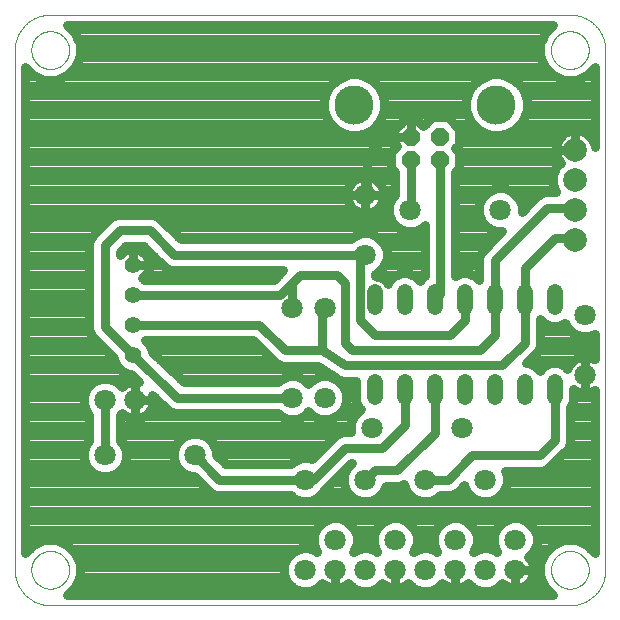
<source format=gbl>
G75*
%MOIN*%
%OFA0B0*%
%FSLAX25Y25*%
%IPPOS*%
%LPD*%
%AMOC8*
5,1,8,0,0,1.08239X$1,22.5*
%
%ADD10C,0.00000*%
%ADD11C,0.07087*%
%ADD12C,0.05200*%
%ADD13OC8,0.05740*%
%ADD14C,0.13055*%
%ADD15C,0.07874*%
%ADD16C,0.05600*%
%ADD17C,0.03150*%
D10*
X0005724Y0017535D02*
X0005724Y0190764D01*
X0011236Y0190764D02*
X0011238Y0190922D01*
X0011244Y0191080D01*
X0011254Y0191238D01*
X0011268Y0191396D01*
X0011286Y0191553D01*
X0011307Y0191710D01*
X0011333Y0191866D01*
X0011363Y0192022D01*
X0011396Y0192177D01*
X0011434Y0192330D01*
X0011475Y0192483D01*
X0011520Y0192635D01*
X0011569Y0192786D01*
X0011622Y0192935D01*
X0011678Y0193083D01*
X0011738Y0193229D01*
X0011802Y0193374D01*
X0011870Y0193517D01*
X0011941Y0193659D01*
X0012015Y0193799D01*
X0012093Y0193936D01*
X0012175Y0194072D01*
X0012259Y0194206D01*
X0012348Y0194337D01*
X0012439Y0194466D01*
X0012534Y0194593D01*
X0012631Y0194718D01*
X0012732Y0194840D01*
X0012836Y0194959D01*
X0012943Y0195076D01*
X0013053Y0195190D01*
X0013166Y0195301D01*
X0013281Y0195410D01*
X0013399Y0195515D01*
X0013520Y0195617D01*
X0013643Y0195717D01*
X0013769Y0195813D01*
X0013897Y0195906D01*
X0014027Y0195996D01*
X0014160Y0196082D01*
X0014295Y0196166D01*
X0014431Y0196245D01*
X0014570Y0196322D01*
X0014711Y0196394D01*
X0014853Y0196464D01*
X0014997Y0196529D01*
X0015143Y0196591D01*
X0015290Y0196649D01*
X0015439Y0196704D01*
X0015589Y0196755D01*
X0015740Y0196802D01*
X0015892Y0196845D01*
X0016045Y0196884D01*
X0016200Y0196920D01*
X0016355Y0196951D01*
X0016511Y0196979D01*
X0016667Y0197003D01*
X0016824Y0197023D01*
X0016982Y0197039D01*
X0017139Y0197051D01*
X0017298Y0197059D01*
X0017456Y0197063D01*
X0017614Y0197063D01*
X0017772Y0197059D01*
X0017931Y0197051D01*
X0018088Y0197039D01*
X0018246Y0197023D01*
X0018403Y0197003D01*
X0018559Y0196979D01*
X0018715Y0196951D01*
X0018870Y0196920D01*
X0019025Y0196884D01*
X0019178Y0196845D01*
X0019330Y0196802D01*
X0019481Y0196755D01*
X0019631Y0196704D01*
X0019780Y0196649D01*
X0019927Y0196591D01*
X0020073Y0196529D01*
X0020217Y0196464D01*
X0020359Y0196394D01*
X0020500Y0196322D01*
X0020639Y0196245D01*
X0020775Y0196166D01*
X0020910Y0196082D01*
X0021043Y0195996D01*
X0021173Y0195906D01*
X0021301Y0195813D01*
X0021427Y0195717D01*
X0021550Y0195617D01*
X0021671Y0195515D01*
X0021789Y0195410D01*
X0021904Y0195301D01*
X0022017Y0195190D01*
X0022127Y0195076D01*
X0022234Y0194959D01*
X0022338Y0194840D01*
X0022439Y0194718D01*
X0022536Y0194593D01*
X0022631Y0194466D01*
X0022722Y0194337D01*
X0022811Y0194206D01*
X0022895Y0194072D01*
X0022977Y0193936D01*
X0023055Y0193799D01*
X0023129Y0193659D01*
X0023200Y0193517D01*
X0023268Y0193374D01*
X0023332Y0193229D01*
X0023392Y0193083D01*
X0023448Y0192935D01*
X0023501Y0192786D01*
X0023550Y0192635D01*
X0023595Y0192483D01*
X0023636Y0192330D01*
X0023674Y0192177D01*
X0023707Y0192022D01*
X0023737Y0191866D01*
X0023763Y0191710D01*
X0023784Y0191553D01*
X0023802Y0191396D01*
X0023816Y0191238D01*
X0023826Y0191080D01*
X0023832Y0190922D01*
X0023834Y0190764D01*
X0023832Y0190606D01*
X0023826Y0190448D01*
X0023816Y0190290D01*
X0023802Y0190132D01*
X0023784Y0189975D01*
X0023763Y0189818D01*
X0023737Y0189662D01*
X0023707Y0189506D01*
X0023674Y0189351D01*
X0023636Y0189198D01*
X0023595Y0189045D01*
X0023550Y0188893D01*
X0023501Y0188742D01*
X0023448Y0188593D01*
X0023392Y0188445D01*
X0023332Y0188299D01*
X0023268Y0188154D01*
X0023200Y0188011D01*
X0023129Y0187869D01*
X0023055Y0187729D01*
X0022977Y0187592D01*
X0022895Y0187456D01*
X0022811Y0187322D01*
X0022722Y0187191D01*
X0022631Y0187062D01*
X0022536Y0186935D01*
X0022439Y0186810D01*
X0022338Y0186688D01*
X0022234Y0186569D01*
X0022127Y0186452D01*
X0022017Y0186338D01*
X0021904Y0186227D01*
X0021789Y0186118D01*
X0021671Y0186013D01*
X0021550Y0185911D01*
X0021427Y0185811D01*
X0021301Y0185715D01*
X0021173Y0185622D01*
X0021043Y0185532D01*
X0020910Y0185446D01*
X0020775Y0185362D01*
X0020639Y0185283D01*
X0020500Y0185206D01*
X0020359Y0185134D01*
X0020217Y0185064D01*
X0020073Y0184999D01*
X0019927Y0184937D01*
X0019780Y0184879D01*
X0019631Y0184824D01*
X0019481Y0184773D01*
X0019330Y0184726D01*
X0019178Y0184683D01*
X0019025Y0184644D01*
X0018870Y0184608D01*
X0018715Y0184577D01*
X0018559Y0184549D01*
X0018403Y0184525D01*
X0018246Y0184505D01*
X0018088Y0184489D01*
X0017931Y0184477D01*
X0017772Y0184469D01*
X0017614Y0184465D01*
X0017456Y0184465D01*
X0017298Y0184469D01*
X0017139Y0184477D01*
X0016982Y0184489D01*
X0016824Y0184505D01*
X0016667Y0184525D01*
X0016511Y0184549D01*
X0016355Y0184577D01*
X0016200Y0184608D01*
X0016045Y0184644D01*
X0015892Y0184683D01*
X0015740Y0184726D01*
X0015589Y0184773D01*
X0015439Y0184824D01*
X0015290Y0184879D01*
X0015143Y0184937D01*
X0014997Y0184999D01*
X0014853Y0185064D01*
X0014711Y0185134D01*
X0014570Y0185206D01*
X0014431Y0185283D01*
X0014295Y0185362D01*
X0014160Y0185446D01*
X0014027Y0185532D01*
X0013897Y0185622D01*
X0013769Y0185715D01*
X0013643Y0185811D01*
X0013520Y0185911D01*
X0013399Y0186013D01*
X0013281Y0186118D01*
X0013166Y0186227D01*
X0013053Y0186338D01*
X0012943Y0186452D01*
X0012836Y0186569D01*
X0012732Y0186688D01*
X0012631Y0186810D01*
X0012534Y0186935D01*
X0012439Y0187062D01*
X0012348Y0187191D01*
X0012259Y0187322D01*
X0012175Y0187456D01*
X0012093Y0187592D01*
X0012015Y0187729D01*
X0011941Y0187869D01*
X0011870Y0188011D01*
X0011802Y0188154D01*
X0011738Y0188299D01*
X0011678Y0188445D01*
X0011622Y0188593D01*
X0011569Y0188742D01*
X0011520Y0188893D01*
X0011475Y0189045D01*
X0011434Y0189198D01*
X0011396Y0189351D01*
X0011363Y0189506D01*
X0011333Y0189662D01*
X0011307Y0189818D01*
X0011286Y0189975D01*
X0011268Y0190132D01*
X0011254Y0190290D01*
X0011244Y0190448D01*
X0011238Y0190606D01*
X0011236Y0190764D01*
X0005724Y0190764D02*
X0005727Y0191049D01*
X0005738Y0191335D01*
X0005755Y0191620D01*
X0005779Y0191904D01*
X0005810Y0192188D01*
X0005848Y0192471D01*
X0005893Y0192752D01*
X0005944Y0193033D01*
X0006002Y0193313D01*
X0006067Y0193591D01*
X0006139Y0193867D01*
X0006217Y0194141D01*
X0006302Y0194414D01*
X0006394Y0194684D01*
X0006492Y0194952D01*
X0006596Y0195218D01*
X0006707Y0195481D01*
X0006824Y0195741D01*
X0006947Y0195999D01*
X0007077Y0196253D01*
X0007213Y0196504D01*
X0007354Y0196752D01*
X0007502Y0196996D01*
X0007655Y0197237D01*
X0007815Y0197473D01*
X0007980Y0197706D01*
X0008150Y0197935D01*
X0008326Y0198160D01*
X0008508Y0198380D01*
X0008694Y0198596D01*
X0008886Y0198807D01*
X0009083Y0199014D01*
X0009285Y0199216D01*
X0009492Y0199413D01*
X0009703Y0199605D01*
X0009919Y0199791D01*
X0010139Y0199973D01*
X0010364Y0200149D01*
X0010593Y0200319D01*
X0010826Y0200484D01*
X0011062Y0200644D01*
X0011303Y0200797D01*
X0011547Y0200945D01*
X0011795Y0201086D01*
X0012046Y0201222D01*
X0012300Y0201352D01*
X0012558Y0201475D01*
X0012818Y0201592D01*
X0013081Y0201703D01*
X0013347Y0201807D01*
X0013615Y0201905D01*
X0013885Y0201997D01*
X0014158Y0202082D01*
X0014432Y0202160D01*
X0014708Y0202232D01*
X0014986Y0202297D01*
X0015266Y0202355D01*
X0015547Y0202406D01*
X0015828Y0202451D01*
X0016111Y0202489D01*
X0016395Y0202520D01*
X0016679Y0202544D01*
X0016964Y0202561D01*
X0017250Y0202572D01*
X0017535Y0202575D01*
X0190764Y0202575D01*
X0184465Y0190764D02*
X0184467Y0190922D01*
X0184473Y0191080D01*
X0184483Y0191238D01*
X0184497Y0191396D01*
X0184515Y0191553D01*
X0184536Y0191710D01*
X0184562Y0191866D01*
X0184592Y0192022D01*
X0184625Y0192177D01*
X0184663Y0192330D01*
X0184704Y0192483D01*
X0184749Y0192635D01*
X0184798Y0192786D01*
X0184851Y0192935D01*
X0184907Y0193083D01*
X0184967Y0193229D01*
X0185031Y0193374D01*
X0185099Y0193517D01*
X0185170Y0193659D01*
X0185244Y0193799D01*
X0185322Y0193936D01*
X0185404Y0194072D01*
X0185488Y0194206D01*
X0185577Y0194337D01*
X0185668Y0194466D01*
X0185763Y0194593D01*
X0185860Y0194718D01*
X0185961Y0194840D01*
X0186065Y0194959D01*
X0186172Y0195076D01*
X0186282Y0195190D01*
X0186395Y0195301D01*
X0186510Y0195410D01*
X0186628Y0195515D01*
X0186749Y0195617D01*
X0186872Y0195717D01*
X0186998Y0195813D01*
X0187126Y0195906D01*
X0187256Y0195996D01*
X0187389Y0196082D01*
X0187524Y0196166D01*
X0187660Y0196245D01*
X0187799Y0196322D01*
X0187940Y0196394D01*
X0188082Y0196464D01*
X0188226Y0196529D01*
X0188372Y0196591D01*
X0188519Y0196649D01*
X0188668Y0196704D01*
X0188818Y0196755D01*
X0188969Y0196802D01*
X0189121Y0196845D01*
X0189274Y0196884D01*
X0189429Y0196920D01*
X0189584Y0196951D01*
X0189740Y0196979D01*
X0189896Y0197003D01*
X0190053Y0197023D01*
X0190211Y0197039D01*
X0190368Y0197051D01*
X0190527Y0197059D01*
X0190685Y0197063D01*
X0190843Y0197063D01*
X0191001Y0197059D01*
X0191160Y0197051D01*
X0191317Y0197039D01*
X0191475Y0197023D01*
X0191632Y0197003D01*
X0191788Y0196979D01*
X0191944Y0196951D01*
X0192099Y0196920D01*
X0192254Y0196884D01*
X0192407Y0196845D01*
X0192559Y0196802D01*
X0192710Y0196755D01*
X0192860Y0196704D01*
X0193009Y0196649D01*
X0193156Y0196591D01*
X0193302Y0196529D01*
X0193446Y0196464D01*
X0193588Y0196394D01*
X0193729Y0196322D01*
X0193868Y0196245D01*
X0194004Y0196166D01*
X0194139Y0196082D01*
X0194272Y0195996D01*
X0194402Y0195906D01*
X0194530Y0195813D01*
X0194656Y0195717D01*
X0194779Y0195617D01*
X0194900Y0195515D01*
X0195018Y0195410D01*
X0195133Y0195301D01*
X0195246Y0195190D01*
X0195356Y0195076D01*
X0195463Y0194959D01*
X0195567Y0194840D01*
X0195668Y0194718D01*
X0195765Y0194593D01*
X0195860Y0194466D01*
X0195951Y0194337D01*
X0196040Y0194206D01*
X0196124Y0194072D01*
X0196206Y0193936D01*
X0196284Y0193799D01*
X0196358Y0193659D01*
X0196429Y0193517D01*
X0196497Y0193374D01*
X0196561Y0193229D01*
X0196621Y0193083D01*
X0196677Y0192935D01*
X0196730Y0192786D01*
X0196779Y0192635D01*
X0196824Y0192483D01*
X0196865Y0192330D01*
X0196903Y0192177D01*
X0196936Y0192022D01*
X0196966Y0191866D01*
X0196992Y0191710D01*
X0197013Y0191553D01*
X0197031Y0191396D01*
X0197045Y0191238D01*
X0197055Y0191080D01*
X0197061Y0190922D01*
X0197063Y0190764D01*
X0197061Y0190606D01*
X0197055Y0190448D01*
X0197045Y0190290D01*
X0197031Y0190132D01*
X0197013Y0189975D01*
X0196992Y0189818D01*
X0196966Y0189662D01*
X0196936Y0189506D01*
X0196903Y0189351D01*
X0196865Y0189198D01*
X0196824Y0189045D01*
X0196779Y0188893D01*
X0196730Y0188742D01*
X0196677Y0188593D01*
X0196621Y0188445D01*
X0196561Y0188299D01*
X0196497Y0188154D01*
X0196429Y0188011D01*
X0196358Y0187869D01*
X0196284Y0187729D01*
X0196206Y0187592D01*
X0196124Y0187456D01*
X0196040Y0187322D01*
X0195951Y0187191D01*
X0195860Y0187062D01*
X0195765Y0186935D01*
X0195668Y0186810D01*
X0195567Y0186688D01*
X0195463Y0186569D01*
X0195356Y0186452D01*
X0195246Y0186338D01*
X0195133Y0186227D01*
X0195018Y0186118D01*
X0194900Y0186013D01*
X0194779Y0185911D01*
X0194656Y0185811D01*
X0194530Y0185715D01*
X0194402Y0185622D01*
X0194272Y0185532D01*
X0194139Y0185446D01*
X0194004Y0185362D01*
X0193868Y0185283D01*
X0193729Y0185206D01*
X0193588Y0185134D01*
X0193446Y0185064D01*
X0193302Y0184999D01*
X0193156Y0184937D01*
X0193009Y0184879D01*
X0192860Y0184824D01*
X0192710Y0184773D01*
X0192559Y0184726D01*
X0192407Y0184683D01*
X0192254Y0184644D01*
X0192099Y0184608D01*
X0191944Y0184577D01*
X0191788Y0184549D01*
X0191632Y0184525D01*
X0191475Y0184505D01*
X0191317Y0184489D01*
X0191160Y0184477D01*
X0191001Y0184469D01*
X0190843Y0184465D01*
X0190685Y0184465D01*
X0190527Y0184469D01*
X0190368Y0184477D01*
X0190211Y0184489D01*
X0190053Y0184505D01*
X0189896Y0184525D01*
X0189740Y0184549D01*
X0189584Y0184577D01*
X0189429Y0184608D01*
X0189274Y0184644D01*
X0189121Y0184683D01*
X0188969Y0184726D01*
X0188818Y0184773D01*
X0188668Y0184824D01*
X0188519Y0184879D01*
X0188372Y0184937D01*
X0188226Y0184999D01*
X0188082Y0185064D01*
X0187940Y0185134D01*
X0187799Y0185206D01*
X0187660Y0185283D01*
X0187524Y0185362D01*
X0187389Y0185446D01*
X0187256Y0185532D01*
X0187126Y0185622D01*
X0186998Y0185715D01*
X0186872Y0185811D01*
X0186749Y0185911D01*
X0186628Y0186013D01*
X0186510Y0186118D01*
X0186395Y0186227D01*
X0186282Y0186338D01*
X0186172Y0186452D01*
X0186065Y0186569D01*
X0185961Y0186688D01*
X0185860Y0186810D01*
X0185763Y0186935D01*
X0185668Y0187062D01*
X0185577Y0187191D01*
X0185488Y0187322D01*
X0185404Y0187456D01*
X0185322Y0187592D01*
X0185244Y0187729D01*
X0185170Y0187869D01*
X0185099Y0188011D01*
X0185031Y0188154D01*
X0184967Y0188299D01*
X0184907Y0188445D01*
X0184851Y0188593D01*
X0184798Y0188742D01*
X0184749Y0188893D01*
X0184704Y0189045D01*
X0184663Y0189198D01*
X0184625Y0189351D01*
X0184592Y0189506D01*
X0184562Y0189662D01*
X0184536Y0189818D01*
X0184515Y0189975D01*
X0184497Y0190132D01*
X0184483Y0190290D01*
X0184473Y0190448D01*
X0184467Y0190606D01*
X0184465Y0190764D01*
X0190764Y0202575D02*
X0191049Y0202572D01*
X0191335Y0202561D01*
X0191620Y0202544D01*
X0191904Y0202520D01*
X0192188Y0202489D01*
X0192471Y0202451D01*
X0192752Y0202406D01*
X0193033Y0202355D01*
X0193313Y0202297D01*
X0193591Y0202232D01*
X0193867Y0202160D01*
X0194141Y0202082D01*
X0194414Y0201997D01*
X0194684Y0201905D01*
X0194952Y0201807D01*
X0195218Y0201703D01*
X0195481Y0201592D01*
X0195741Y0201475D01*
X0195999Y0201352D01*
X0196253Y0201222D01*
X0196504Y0201086D01*
X0196752Y0200945D01*
X0196996Y0200797D01*
X0197237Y0200644D01*
X0197473Y0200484D01*
X0197706Y0200319D01*
X0197935Y0200149D01*
X0198160Y0199973D01*
X0198380Y0199791D01*
X0198596Y0199605D01*
X0198807Y0199413D01*
X0199014Y0199216D01*
X0199216Y0199014D01*
X0199413Y0198807D01*
X0199605Y0198596D01*
X0199791Y0198380D01*
X0199973Y0198160D01*
X0200149Y0197935D01*
X0200319Y0197706D01*
X0200484Y0197473D01*
X0200644Y0197237D01*
X0200797Y0196996D01*
X0200945Y0196752D01*
X0201086Y0196504D01*
X0201222Y0196253D01*
X0201352Y0195999D01*
X0201475Y0195741D01*
X0201592Y0195481D01*
X0201703Y0195218D01*
X0201807Y0194952D01*
X0201905Y0194684D01*
X0201997Y0194414D01*
X0202082Y0194141D01*
X0202160Y0193867D01*
X0202232Y0193591D01*
X0202297Y0193313D01*
X0202355Y0193033D01*
X0202406Y0192752D01*
X0202451Y0192471D01*
X0202489Y0192188D01*
X0202520Y0191904D01*
X0202544Y0191620D01*
X0202561Y0191335D01*
X0202572Y0191049D01*
X0202575Y0190764D01*
X0202575Y0017535D01*
X0184465Y0017535D02*
X0184467Y0017693D01*
X0184473Y0017851D01*
X0184483Y0018009D01*
X0184497Y0018167D01*
X0184515Y0018324D01*
X0184536Y0018481D01*
X0184562Y0018637D01*
X0184592Y0018793D01*
X0184625Y0018948D01*
X0184663Y0019101D01*
X0184704Y0019254D01*
X0184749Y0019406D01*
X0184798Y0019557D01*
X0184851Y0019706D01*
X0184907Y0019854D01*
X0184967Y0020000D01*
X0185031Y0020145D01*
X0185099Y0020288D01*
X0185170Y0020430D01*
X0185244Y0020570D01*
X0185322Y0020707D01*
X0185404Y0020843D01*
X0185488Y0020977D01*
X0185577Y0021108D01*
X0185668Y0021237D01*
X0185763Y0021364D01*
X0185860Y0021489D01*
X0185961Y0021611D01*
X0186065Y0021730D01*
X0186172Y0021847D01*
X0186282Y0021961D01*
X0186395Y0022072D01*
X0186510Y0022181D01*
X0186628Y0022286D01*
X0186749Y0022388D01*
X0186872Y0022488D01*
X0186998Y0022584D01*
X0187126Y0022677D01*
X0187256Y0022767D01*
X0187389Y0022853D01*
X0187524Y0022937D01*
X0187660Y0023016D01*
X0187799Y0023093D01*
X0187940Y0023165D01*
X0188082Y0023235D01*
X0188226Y0023300D01*
X0188372Y0023362D01*
X0188519Y0023420D01*
X0188668Y0023475D01*
X0188818Y0023526D01*
X0188969Y0023573D01*
X0189121Y0023616D01*
X0189274Y0023655D01*
X0189429Y0023691D01*
X0189584Y0023722D01*
X0189740Y0023750D01*
X0189896Y0023774D01*
X0190053Y0023794D01*
X0190211Y0023810D01*
X0190368Y0023822D01*
X0190527Y0023830D01*
X0190685Y0023834D01*
X0190843Y0023834D01*
X0191001Y0023830D01*
X0191160Y0023822D01*
X0191317Y0023810D01*
X0191475Y0023794D01*
X0191632Y0023774D01*
X0191788Y0023750D01*
X0191944Y0023722D01*
X0192099Y0023691D01*
X0192254Y0023655D01*
X0192407Y0023616D01*
X0192559Y0023573D01*
X0192710Y0023526D01*
X0192860Y0023475D01*
X0193009Y0023420D01*
X0193156Y0023362D01*
X0193302Y0023300D01*
X0193446Y0023235D01*
X0193588Y0023165D01*
X0193729Y0023093D01*
X0193868Y0023016D01*
X0194004Y0022937D01*
X0194139Y0022853D01*
X0194272Y0022767D01*
X0194402Y0022677D01*
X0194530Y0022584D01*
X0194656Y0022488D01*
X0194779Y0022388D01*
X0194900Y0022286D01*
X0195018Y0022181D01*
X0195133Y0022072D01*
X0195246Y0021961D01*
X0195356Y0021847D01*
X0195463Y0021730D01*
X0195567Y0021611D01*
X0195668Y0021489D01*
X0195765Y0021364D01*
X0195860Y0021237D01*
X0195951Y0021108D01*
X0196040Y0020977D01*
X0196124Y0020843D01*
X0196206Y0020707D01*
X0196284Y0020570D01*
X0196358Y0020430D01*
X0196429Y0020288D01*
X0196497Y0020145D01*
X0196561Y0020000D01*
X0196621Y0019854D01*
X0196677Y0019706D01*
X0196730Y0019557D01*
X0196779Y0019406D01*
X0196824Y0019254D01*
X0196865Y0019101D01*
X0196903Y0018948D01*
X0196936Y0018793D01*
X0196966Y0018637D01*
X0196992Y0018481D01*
X0197013Y0018324D01*
X0197031Y0018167D01*
X0197045Y0018009D01*
X0197055Y0017851D01*
X0197061Y0017693D01*
X0197063Y0017535D01*
X0197061Y0017377D01*
X0197055Y0017219D01*
X0197045Y0017061D01*
X0197031Y0016903D01*
X0197013Y0016746D01*
X0196992Y0016589D01*
X0196966Y0016433D01*
X0196936Y0016277D01*
X0196903Y0016122D01*
X0196865Y0015969D01*
X0196824Y0015816D01*
X0196779Y0015664D01*
X0196730Y0015513D01*
X0196677Y0015364D01*
X0196621Y0015216D01*
X0196561Y0015070D01*
X0196497Y0014925D01*
X0196429Y0014782D01*
X0196358Y0014640D01*
X0196284Y0014500D01*
X0196206Y0014363D01*
X0196124Y0014227D01*
X0196040Y0014093D01*
X0195951Y0013962D01*
X0195860Y0013833D01*
X0195765Y0013706D01*
X0195668Y0013581D01*
X0195567Y0013459D01*
X0195463Y0013340D01*
X0195356Y0013223D01*
X0195246Y0013109D01*
X0195133Y0012998D01*
X0195018Y0012889D01*
X0194900Y0012784D01*
X0194779Y0012682D01*
X0194656Y0012582D01*
X0194530Y0012486D01*
X0194402Y0012393D01*
X0194272Y0012303D01*
X0194139Y0012217D01*
X0194004Y0012133D01*
X0193868Y0012054D01*
X0193729Y0011977D01*
X0193588Y0011905D01*
X0193446Y0011835D01*
X0193302Y0011770D01*
X0193156Y0011708D01*
X0193009Y0011650D01*
X0192860Y0011595D01*
X0192710Y0011544D01*
X0192559Y0011497D01*
X0192407Y0011454D01*
X0192254Y0011415D01*
X0192099Y0011379D01*
X0191944Y0011348D01*
X0191788Y0011320D01*
X0191632Y0011296D01*
X0191475Y0011276D01*
X0191317Y0011260D01*
X0191160Y0011248D01*
X0191001Y0011240D01*
X0190843Y0011236D01*
X0190685Y0011236D01*
X0190527Y0011240D01*
X0190368Y0011248D01*
X0190211Y0011260D01*
X0190053Y0011276D01*
X0189896Y0011296D01*
X0189740Y0011320D01*
X0189584Y0011348D01*
X0189429Y0011379D01*
X0189274Y0011415D01*
X0189121Y0011454D01*
X0188969Y0011497D01*
X0188818Y0011544D01*
X0188668Y0011595D01*
X0188519Y0011650D01*
X0188372Y0011708D01*
X0188226Y0011770D01*
X0188082Y0011835D01*
X0187940Y0011905D01*
X0187799Y0011977D01*
X0187660Y0012054D01*
X0187524Y0012133D01*
X0187389Y0012217D01*
X0187256Y0012303D01*
X0187126Y0012393D01*
X0186998Y0012486D01*
X0186872Y0012582D01*
X0186749Y0012682D01*
X0186628Y0012784D01*
X0186510Y0012889D01*
X0186395Y0012998D01*
X0186282Y0013109D01*
X0186172Y0013223D01*
X0186065Y0013340D01*
X0185961Y0013459D01*
X0185860Y0013581D01*
X0185763Y0013706D01*
X0185668Y0013833D01*
X0185577Y0013962D01*
X0185488Y0014093D01*
X0185404Y0014227D01*
X0185322Y0014363D01*
X0185244Y0014500D01*
X0185170Y0014640D01*
X0185099Y0014782D01*
X0185031Y0014925D01*
X0184967Y0015070D01*
X0184907Y0015216D01*
X0184851Y0015364D01*
X0184798Y0015513D01*
X0184749Y0015664D01*
X0184704Y0015816D01*
X0184663Y0015969D01*
X0184625Y0016122D01*
X0184592Y0016277D01*
X0184562Y0016433D01*
X0184536Y0016589D01*
X0184515Y0016746D01*
X0184497Y0016903D01*
X0184483Y0017061D01*
X0184473Y0017219D01*
X0184467Y0017377D01*
X0184465Y0017535D01*
X0190764Y0005724D02*
X0191049Y0005727D01*
X0191335Y0005738D01*
X0191620Y0005755D01*
X0191904Y0005779D01*
X0192188Y0005810D01*
X0192471Y0005848D01*
X0192752Y0005893D01*
X0193033Y0005944D01*
X0193313Y0006002D01*
X0193591Y0006067D01*
X0193867Y0006139D01*
X0194141Y0006217D01*
X0194414Y0006302D01*
X0194684Y0006394D01*
X0194952Y0006492D01*
X0195218Y0006596D01*
X0195481Y0006707D01*
X0195741Y0006824D01*
X0195999Y0006947D01*
X0196253Y0007077D01*
X0196504Y0007213D01*
X0196752Y0007354D01*
X0196996Y0007502D01*
X0197237Y0007655D01*
X0197473Y0007815D01*
X0197706Y0007980D01*
X0197935Y0008150D01*
X0198160Y0008326D01*
X0198380Y0008508D01*
X0198596Y0008694D01*
X0198807Y0008886D01*
X0199014Y0009083D01*
X0199216Y0009285D01*
X0199413Y0009492D01*
X0199605Y0009703D01*
X0199791Y0009919D01*
X0199973Y0010139D01*
X0200149Y0010364D01*
X0200319Y0010593D01*
X0200484Y0010826D01*
X0200644Y0011062D01*
X0200797Y0011303D01*
X0200945Y0011547D01*
X0201086Y0011795D01*
X0201222Y0012046D01*
X0201352Y0012300D01*
X0201475Y0012558D01*
X0201592Y0012818D01*
X0201703Y0013081D01*
X0201807Y0013347D01*
X0201905Y0013615D01*
X0201997Y0013885D01*
X0202082Y0014158D01*
X0202160Y0014432D01*
X0202232Y0014708D01*
X0202297Y0014986D01*
X0202355Y0015266D01*
X0202406Y0015547D01*
X0202451Y0015828D01*
X0202489Y0016111D01*
X0202520Y0016395D01*
X0202544Y0016679D01*
X0202561Y0016964D01*
X0202572Y0017250D01*
X0202575Y0017535D01*
X0190764Y0005724D02*
X0017535Y0005724D01*
X0011236Y0017535D02*
X0011238Y0017693D01*
X0011244Y0017851D01*
X0011254Y0018009D01*
X0011268Y0018167D01*
X0011286Y0018324D01*
X0011307Y0018481D01*
X0011333Y0018637D01*
X0011363Y0018793D01*
X0011396Y0018948D01*
X0011434Y0019101D01*
X0011475Y0019254D01*
X0011520Y0019406D01*
X0011569Y0019557D01*
X0011622Y0019706D01*
X0011678Y0019854D01*
X0011738Y0020000D01*
X0011802Y0020145D01*
X0011870Y0020288D01*
X0011941Y0020430D01*
X0012015Y0020570D01*
X0012093Y0020707D01*
X0012175Y0020843D01*
X0012259Y0020977D01*
X0012348Y0021108D01*
X0012439Y0021237D01*
X0012534Y0021364D01*
X0012631Y0021489D01*
X0012732Y0021611D01*
X0012836Y0021730D01*
X0012943Y0021847D01*
X0013053Y0021961D01*
X0013166Y0022072D01*
X0013281Y0022181D01*
X0013399Y0022286D01*
X0013520Y0022388D01*
X0013643Y0022488D01*
X0013769Y0022584D01*
X0013897Y0022677D01*
X0014027Y0022767D01*
X0014160Y0022853D01*
X0014295Y0022937D01*
X0014431Y0023016D01*
X0014570Y0023093D01*
X0014711Y0023165D01*
X0014853Y0023235D01*
X0014997Y0023300D01*
X0015143Y0023362D01*
X0015290Y0023420D01*
X0015439Y0023475D01*
X0015589Y0023526D01*
X0015740Y0023573D01*
X0015892Y0023616D01*
X0016045Y0023655D01*
X0016200Y0023691D01*
X0016355Y0023722D01*
X0016511Y0023750D01*
X0016667Y0023774D01*
X0016824Y0023794D01*
X0016982Y0023810D01*
X0017139Y0023822D01*
X0017298Y0023830D01*
X0017456Y0023834D01*
X0017614Y0023834D01*
X0017772Y0023830D01*
X0017931Y0023822D01*
X0018088Y0023810D01*
X0018246Y0023794D01*
X0018403Y0023774D01*
X0018559Y0023750D01*
X0018715Y0023722D01*
X0018870Y0023691D01*
X0019025Y0023655D01*
X0019178Y0023616D01*
X0019330Y0023573D01*
X0019481Y0023526D01*
X0019631Y0023475D01*
X0019780Y0023420D01*
X0019927Y0023362D01*
X0020073Y0023300D01*
X0020217Y0023235D01*
X0020359Y0023165D01*
X0020500Y0023093D01*
X0020639Y0023016D01*
X0020775Y0022937D01*
X0020910Y0022853D01*
X0021043Y0022767D01*
X0021173Y0022677D01*
X0021301Y0022584D01*
X0021427Y0022488D01*
X0021550Y0022388D01*
X0021671Y0022286D01*
X0021789Y0022181D01*
X0021904Y0022072D01*
X0022017Y0021961D01*
X0022127Y0021847D01*
X0022234Y0021730D01*
X0022338Y0021611D01*
X0022439Y0021489D01*
X0022536Y0021364D01*
X0022631Y0021237D01*
X0022722Y0021108D01*
X0022811Y0020977D01*
X0022895Y0020843D01*
X0022977Y0020707D01*
X0023055Y0020570D01*
X0023129Y0020430D01*
X0023200Y0020288D01*
X0023268Y0020145D01*
X0023332Y0020000D01*
X0023392Y0019854D01*
X0023448Y0019706D01*
X0023501Y0019557D01*
X0023550Y0019406D01*
X0023595Y0019254D01*
X0023636Y0019101D01*
X0023674Y0018948D01*
X0023707Y0018793D01*
X0023737Y0018637D01*
X0023763Y0018481D01*
X0023784Y0018324D01*
X0023802Y0018167D01*
X0023816Y0018009D01*
X0023826Y0017851D01*
X0023832Y0017693D01*
X0023834Y0017535D01*
X0023832Y0017377D01*
X0023826Y0017219D01*
X0023816Y0017061D01*
X0023802Y0016903D01*
X0023784Y0016746D01*
X0023763Y0016589D01*
X0023737Y0016433D01*
X0023707Y0016277D01*
X0023674Y0016122D01*
X0023636Y0015969D01*
X0023595Y0015816D01*
X0023550Y0015664D01*
X0023501Y0015513D01*
X0023448Y0015364D01*
X0023392Y0015216D01*
X0023332Y0015070D01*
X0023268Y0014925D01*
X0023200Y0014782D01*
X0023129Y0014640D01*
X0023055Y0014500D01*
X0022977Y0014363D01*
X0022895Y0014227D01*
X0022811Y0014093D01*
X0022722Y0013962D01*
X0022631Y0013833D01*
X0022536Y0013706D01*
X0022439Y0013581D01*
X0022338Y0013459D01*
X0022234Y0013340D01*
X0022127Y0013223D01*
X0022017Y0013109D01*
X0021904Y0012998D01*
X0021789Y0012889D01*
X0021671Y0012784D01*
X0021550Y0012682D01*
X0021427Y0012582D01*
X0021301Y0012486D01*
X0021173Y0012393D01*
X0021043Y0012303D01*
X0020910Y0012217D01*
X0020775Y0012133D01*
X0020639Y0012054D01*
X0020500Y0011977D01*
X0020359Y0011905D01*
X0020217Y0011835D01*
X0020073Y0011770D01*
X0019927Y0011708D01*
X0019780Y0011650D01*
X0019631Y0011595D01*
X0019481Y0011544D01*
X0019330Y0011497D01*
X0019178Y0011454D01*
X0019025Y0011415D01*
X0018870Y0011379D01*
X0018715Y0011348D01*
X0018559Y0011320D01*
X0018403Y0011296D01*
X0018246Y0011276D01*
X0018088Y0011260D01*
X0017931Y0011248D01*
X0017772Y0011240D01*
X0017614Y0011236D01*
X0017456Y0011236D01*
X0017298Y0011240D01*
X0017139Y0011248D01*
X0016982Y0011260D01*
X0016824Y0011276D01*
X0016667Y0011296D01*
X0016511Y0011320D01*
X0016355Y0011348D01*
X0016200Y0011379D01*
X0016045Y0011415D01*
X0015892Y0011454D01*
X0015740Y0011497D01*
X0015589Y0011544D01*
X0015439Y0011595D01*
X0015290Y0011650D01*
X0015143Y0011708D01*
X0014997Y0011770D01*
X0014853Y0011835D01*
X0014711Y0011905D01*
X0014570Y0011977D01*
X0014431Y0012054D01*
X0014295Y0012133D01*
X0014160Y0012217D01*
X0014027Y0012303D01*
X0013897Y0012393D01*
X0013769Y0012486D01*
X0013643Y0012582D01*
X0013520Y0012682D01*
X0013399Y0012784D01*
X0013281Y0012889D01*
X0013166Y0012998D01*
X0013053Y0013109D01*
X0012943Y0013223D01*
X0012836Y0013340D01*
X0012732Y0013459D01*
X0012631Y0013581D01*
X0012534Y0013706D01*
X0012439Y0013833D01*
X0012348Y0013962D01*
X0012259Y0014093D01*
X0012175Y0014227D01*
X0012093Y0014363D01*
X0012015Y0014500D01*
X0011941Y0014640D01*
X0011870Y0014782D01*
X0011802Y0014925D01*
X0011738Y0015070D01*
X0011678Y0015216D01*
X0011622Y0015364D01*
X0011569Y0015513D01*
X0011520Y0015664D01*
X0011475Y0015816D01*
X0011434Y0015969D01*
X0011396Y0016122D01*
X0011363Y0016277D01*
X0011333Y0016433D01*
X0011307Y0016589D01*
X0011286Y0016746D01*
X0011268Y0016903D01*
X0011254Y0017061D01*
X0011244Y0017219D01*
X0011238Y0017377D01*
X0011236Y0017535D01*
X0005724Y0017535D02*
X0005727Y0017250D01*
X0005738Y0016964D01*
X0005755Y0016679D01*
X0005779Y0016395D01*
X0005810Y0016111D01*
X0005848Y0015828D01*
X0005893Y0015547D01*
X0005944Y0015266D01*
X0006002Y0014986D01*
X0006067Y0014708D01*
X0006139Y0014432D01*
X0006217Y0014158D01*
X0006302Y0013885D01*
X0006394Y0013615D01*
X0006492Y0013347D01*
X0006596Y0013081D01*
X0006707Y0012818D01*
X0006824Y0012558D01*
X0006947Y0012300D01*
X0007077Y0012046D01*
X0007213Y0011795D01*
X0007354Y0011547D01*
X0007502Y0011303D01*
X0007655Y0011062D01*
X0007815Y0010826D01*
X0007980Y0010593D01*
X0008150Y0010364D01*
X0008326Y0010139D01*
X0008508Y0009919D01*
X0008694Y0009703D01*
X0008886Y0009492D01*
X0009083Y0009285D01*
X0009285Y0009083D01*
X0009492Y0008886D01*
X0009703Y0008694D01*
X0009919Y0008508D01*
X0010139Y0008326D01*
X0010364Y0008150D01*
X0010593Y0007980D01*
X0010826Y0007815D01*
X0011062Y0007655D01*
X0011303Y0007502D01*
X0011547Y0007354D01*
X0011795Y0007213D01*
X0012046Y0007077D01*
X0012300Y0006947D01*
X0012558Y0006824D01*
X0012818Y0006707D01*
X0013081Y0006596D01*
X0013347Y0006492D01*
X0013615Y0006394D01*
X0013885Y0006302D01*
X0014158Y0006217D01*
X0014432Y0006139D01*
X0014708Y0006067D01*
X0014986Y0006002D01*
X0015266Y0005944D01*
X0015547Y0005893D01*
X0015828Y0005848D01*
X0016111Y0005810D01*
X0016395Y0005779D01*
X0016679Y0005755D01*
X0016964Y0005738D01*
X0017250Y0005727D01*
X0017535Y0005724D01*
D11*
X0035724Y0055724D03*
X0035724Y0074150D03*
X0045724Y0074150D03*
X0065724Y0055724D03*
X0098224Y0074937D03*
X0109012Y0074937D03*
X0124937Y0064937D03*
X0122575Y0047575D03*
X0142575Y0047575D03*
X0154937Y0064937D03*
X0162575Y0047575D03*
X0172575Y0027575D03*
X0172575Y0017575D03*
X0162575Y0017575D03*
X0152575Y0017575D03*
X0152575Y0027575D03*
X0142575Y0017575D03*
X0132575Y0017575D03*
X0132575Y0027575D03*
X0122575Y0017575D03*
X0112575Y0017575D03*
X0112575Y0027575D03*
X0102575Y0017575D03*
X0102575Y0047575D03*
X0098224Y0104937D03*
X0109012Y0104937D03*
X0122575Y0122575D03*
X0137575Y0137575D03*
X0122575Y0142575D03*
X0167575Y0137575D03*
X0195724Y0102575D03*
X0195724Y0082575D03*
D12*
X0185724Y0080175D02*
X0185724Y0074975D01*
X0175724Y0074975D02*
X0175724Y0080175D01*
X0165724Y0080175D02*
X0165724Y0074975D01*
X0155724Y0074975D02*
X0155724Y0080175D01*
X0145724Y0080175D02*
X0145724Y0074975D01*
X0135724Y0074975D02*
X0135724Y0080175D01*
X0125724Y0080175D02*
X0125724Y0074975D01*
X0125724Y0104975D02*
X0125724Y0110175D01*
X0135724Y0110175D02*
X0135724Y0104975D01*
X0145724Y0104975D02*
X0145724Y0110175D01*
X0155724Y0110175D02*
X0155724Y0104975D01*
X0165724Y0104975D02*
X0165724Y0110175D01*
X0175724Y0110175D02*
X0175724Y0104975D01*
X0185724Y0104975D02*
X0185724Y0110175D01*
D13*
X0147496Y0154031D03*
X0147496Y0161906D03*
X0137654Y0161906D03*
X0137654Y0154031D03*
D14*
X0118874Y0172575D03*
X0166276Y0172575D03*
D15*
X0192575Y0157575D03*
X0192575Y0147575D03*
X0192575Y0137575D03*
X0192575Y0127575D03*
D16*
X0045094Y0119150D03*
X0045094Y0109150D03*
X0045094Y0099150D03*
X0045094Y0089150D03*
D17*
X0035724Y0098520D01*
X0035724Y0125724D01*
X0040724Y0130724D01*
X0050724Y0130724D01*
X0058874Y0122575D01*
X0122575Y0122575D01*
X0120724Y0120724D01*
X0120724Y0100724D01*
X0125724Y0095724D01*
X0150724Y0095724D01*
X0155724Y0100724D01*
X0155724Y0107575D01*
X0160606Y0113981D02*
X0159204Y0115383D01*
X0156946Y0116318D01*
X0154502Y0116318D01*
X0152614Y0115536D01*
X0152614Y0150080D01*
X0153909Y0151375D01*
X0153909Y0156688D01*
X0152629Y0157968D01*
X0153909Y0159249D01*
X0153909Y0164562D01*
X0150153Y0168319D01*
X0144840Y0168319D01*
X0141890Y0165369D01*
X0139909Y0167350D01*
X0137654Y0167350D01*
X0137654Y0161906D01*
X0137653Y0161906D01*
X0137653Y0161905D01*
X0132209Y0161905D01*
X0132209Y0159650D01*
X0133206Y0158653D01*
X0131240Y0156688D01*
X0131240Y0151375D01*
X0132535Y0150080D01*
X0132535Y0142557D01*
X0131567Y0141589D01*
X0130488Y0138984D01*
X0130488Y0136165D01*
X0131567Y0133561D01*
X0133561Y0131567D01*
X0136165Y0130488D01*
X0138984Y0130488D01*
X0141589Y0131567D01*
X0142378Y0132356D01*
X0142378Y0115438D01*
X0142245Y0115383D01*
X0140724Y0113863D01*
X0139204Y0115383D01*
X0136946Y0116318D01*
X0134502Y0116318D01*
X0132245Y0115383D01*
X0130516Y0113655D01*
X0130177Y0112835D01*
X0130150Y0112887D01*
X0129672Y0113546D01*
X0129096Y0114122D01*
X0128437Y0114601D01*
X0127711Y0114970D01*
X0126936Y0115222D01*
X0126132Y0115350D01*
X0125843Y0115350D01*
X0125843Y0116258D01*
X0126589Y0116567D01*
X0128583Y0118561D01*
X0129661Y0121165D01*
X0129661Y0123984D01*
X0128583Y0126589D01*
X0126589Y0128583D01*
X0123984Y0129661D01*
X0121165Y0129661D01*
X0118561Y0128583D01*
X0117671Y0127693D01*
X0060994Y0127693D01*
X0055063Y0133624D01*
X0053624Y0135063D01*
X0051742Y0135843D01*
X0039706Y0135843D01*
X0037825Y0135063D01*
X0032825Y0130063D01*
X0031385Y0128624D01*
X0030606Y0126742D01*
X0030606Y0097502D01*
X0031385Y0095620D01*
X0038751Y0088255D01*
X0038751Y0087888D01*
X0039717Y0085556D01*
X0041501Y0083772D01*
X0043833Y0082806D01*
X0044319Y0082806D01*
X0047121Y0080123D01*
X0046206Y0080268D01*
X0045724Y0080268D01*
X0045243Y0080268D01*
X0044292Y0080117D01*
X0043376Y0079819D01*
X0042518Y0079382D01*
X0041739Y0078816D01*
X0041409Y0078487D01*
X0039739Y0080157D01*
X0037134Y0081236D01*
X0034315Y0081236D01*
X0031710Y0080157D01*
X0029717Y0078164D01*
X0028638Y0075559D01*
X0028638Y0072740D01*
X0029717Y0070135D01*
X0030606Y0069246D01*
X0030606Y0060628D01*
X0029717Y0059739D01*
X0028638Y0057134D01*
X0028638Y0054315D01*
X0029717Y0051710D01*
X0031710Y0049717D01*
X0034315Y0048638D01*
X0037134Y0048638D01*
X0039739Y0049717D01*
X0041732Y0051710D01*
X0042811Y0054315D01*
X0042811Y0057134D01*
X0041732Y0059739D01*
X0040843Y0060628D01*
X0040843Y0069246D01*
X0041409Y0069812D01*
X0041739Y0069483D01*
X0042518Y0068917D01*
X0043376Y0068480D01*
X0044292Y0068182D01*
X0045243Y0068031D01*
X0045724Y0068031D01*
X0045724Y0074149D01*
X0045724Y0074149D01*
X0045724Y0068031D01*
X0046206Y0068031D01*
X0047157Y0068182D01*
X0048073Y0068480D01*
X0048931Y0068917D01*
X0049710Y0069483D01*
X0050391Y0070164D01*
X0050957Y0070943D01*
X0051394Y0071801D01*
X0051692Y0072717D01*
X0051843Y0073668D01*
X0051843Y0074150D01*
X0051843Y0074631D01*
X0051692Y0075582D01*
X0051615Y0075820D01*
X0056357Y0071279D01*
X0057038Y0070598D01*
X0057091Y0070576D01*
X0057133Y0070536D01*
X0058030Y0070187D01*
X0058919Y0069819D01*
X0058976Y0069819D01*
X0059030Y0069798D01*
X0059993Y0069819D01*
X0093321Y0069819D01*
X0094210Y0068929D01*
X0096815Y0067850D01*
X0099634Y0067850D01*
X0102239Y0068929D01*
X0103618Y0070309D01*
X0104998Y0068929D01*
X0107602Y0067850D01*
X0110421Y0067850D01*
X0113026Y0068929D01*
X0115020Y0070923D01*
X0116098Y0073527D01*
X0116098Y0076347D01*
X0115020Y0078951D01*
X0113026Y0080945D01*
X0110421Y0082024D01*
X0107602Y0082024D01*
X0104998Y0080945D01*
X0103618Y0079565D01*
X0102239Y0080945D01*
X0099634Y0082024D01*
X0096815Y0082024D01*
X0094210Y0080945D01*
X0093321Y0080055D01*
X0061992Y0080055D01*
X0051438Y0090162D01*
X0051438Y0090411D01*
X0050472Y0092743D01*
X0049183Y0094031D01*
X0085179Y0094031D01*
X0091385Y0087825D01*
X0092825Y0086385D01*
X0094706Y0085606D01*
X0106675Y0085606D01*
X0112464Y0081747D01*
X0112825Y0081385D01*
X0113303Y0081188D01*
X0113732Y0080901D01*
X0114234Y0080802D01*
X0114706Y0080606D01*
X0115223Y0080606D01*
X0115730Y0080506D01*
X0116231Y0080606D01*
X0119581Y0080606D01*
X0119581Y0073753D01*
X0120516Y0071495D01*
X0121024Y0070987D01*
X0120923Y0070945D01*
X0118929Y0068951D01*
X0117850Y0066347D01*
X0117850Y0063527D01*
X0117927Y0063343D01*
X0114706Y0063343D01*
X0112825Y0062563D01*
X0111385Y0061124D01*
X0104648Y0054386D01*
X0103984Y0054661D01*
X0101165Y0054661D01*
X0098561Y0053583D01*
X0097671Y0052693D01*
X0075994Y0052693D01*
X0072811Y0055876D01*
X0072811Y0057134D01*
X0071732Y0059739D01*
X0069739Y0061732D01*
X0067134Y0062811D01*
X0064315Y0062811D01*
X0061710Y0061732D01*
X0059717Y0059739D01*
X0058638Y0057134D01*
X0058638Y0054315D01*
X0059717Y0051710D01*
X0061710Y0049717D01*
X0064315Y0048638D01*
X0065573Y0048638D01*
X0070975Y0043236D01*
X0072856Y0042457D01*
X0097671Y0042457D01*
X0098561Y0041567D01*
X0101165Y0040488D01*
X0103984Y0040488D01*
X0106589Y0041567D01*
X0108583Y0043561D01*
X0108783Y0044045D01*
X0117844Y0053106D01*
X0118084Y0053106D01*
X0116567Y0051589D01*
X0115488Y0048984D01*
X0115488Y0046165D01*
X0116567Y0043561D01*
X0118561Y0041567D01*
X0121165Y0040488D01*
X0123984Y0040488D01*
X0126589Y0041567D01*
X0128583Y0043561D01*
X0129430Y0045606D01*
X0134242Y0045606D01*
X0135503Y0046129D01*
X0136567Y0043561D01*
X0138561Y0041567D01*
X0141165Y0040488D01*
X0143984Y0040488D01*
X0146589Y0041567D01*
X0147479Y0042457D01*
X0151093Y0042457D01*
X0152974Y0043236D01*
X0155610Y0045872D01*
X0156567Y0043561D01*
X0158561Y0041567D01*
X0161165Y0040488D01*
X0163984Y0040488D01*
X0166589Y0041567D01*
X0168583Y0043561D01*
X0169661Y0046165D01*
X0169661Y0048984D01*
X0168990Y0050606D01*
X0181742Y0050606D01*
X0183624Y0051385D01*
X0188624Y0056385D01*
X0190063Y0057825D01*
X0190843Y0059706D01*
X0190843Y0071405D01*
X0190932Y0071495D01*
X0191868Y0073753D01*
X0191868Y0077814D01*
X0192518Y0077342D01*
X0193376Y0076905D01*
X0194292Y0076607D01*
X0195243Y0076457D01*
X0195724Y0076457D01*
X0195724Y0082575D01*
X0195724Y0088693D01*
X0195243Y0088693D01*
X0194292Y0088542D01*
X0193376Y0088245D01*
X0192518Y0087807D01*
X0191739Y0087241D01*
X0191058Y0086560D01*
X0190492Y0085781D01*
X0190055Y0084923D01*
X0189959Y0084628D01*
X0189204Y0085383D01*
X0186946Y0086318D01*
X0184502Y0086318D01*
X0182245Y0085383D01*
X0180724Y0083863D01*
X0179204Y0085383D01*
X0176946Y0086318D01*
X0176056Y0086318D01*
X0180063Y0090325D01*
X0180843Y0092206D01*
X0180843Y0094242D01*
X0180843Y0101169D01*
X0182245Y0099767D01*
X0184502Y0098831D01*
X0186946Y0098831D01*
X0189204Y0099767D01*
X0189213Y0099776D01*
X0189717Y0098561D01*
X0191710Y0096567D01*
X0194315Y0095488D01*
X0197134Y0095488D01*
X0199031Y0096274D01*
X0199031Y0087734D01*
X0198931Y0087807D01*
X0198073Y0088245D01*
X0197157Y0088542D01*
X0196206Y0088693D01*
X0195724Y0088693D01*
X0195724Y0082575D01*
X0195724Y0082575D01*
X0195724Y0082575D01*
X0195724Y0076457D01*
X0196206Y0076457D01*
X0197157Y0076607D01*
X0198073Y0076905D01*
X0198931Y0077342D01*
X0199031Y0077415D01*
X0199031Y0023187D01*
X0196339Y0025880D01*
X0192722Y0027378D01*
X0188806Y0027378D01*
X0185188Y0025880D01*
X0182420Y0023111D01*
X0180921Y0019493D01*
X0180921Y0015578D01*
X0182420Y0011960D01*
X0185112Y0009268D01*
X0023187Y0009268D01*
X0025880Y0011960D01*
X0027378Y0015578D01*
X0027378Y0019493D01*
X0025880Y0023111D01*
X0023111Y0025880D01*
X0019493Y0027378D01*
X0015578Y0027378D01*
X0011960Y0025880D01*
X0009268Y0023187D01*
X0009268Y0185112D01*
X0011960Y0182420D01*
X0015578Y0180921D01*
X0019493Y0180921D01*
X0023111Y0182420D01*
X0025880Y0185188D01*
X0027378Y0188806D01*
X0027378Y0192722D01*
X0025880Y0196339D01*
X0023187Y0199031D01*
X0185112Y0199031D01*
X0182420Y0196339D01*
X0180921Y0192722D01*
X0180921Y0188806D01*
X0182420Y0185188D01*
X0185188Y0182420D01*
X0188806Y0180921D01*
X0192722Y0180921D01*
X0196339Y0182420D01*
X0199031Y0185112D01*
X0199031Y0158420D01*
X0198975Y0158848D01*
X0198754Y0159672D01*
X0198428Y0160461D01*
X0198001Y0161200D01*
X0197481Y0161878D01*
X0196878Y0162481D01*
X0196200Y0163001D01*
X0195461Y0163428D01*
X0194672Y0163754D01*
X0193848Y0163975D01*
X0193002Y0164087D01*
X0192575Y0164087D01*
X0192575Y0157575D01*
X0192575Y0157575D01*
X0192575Y0164087D01*
X0192148Y0164087D01*
X0191302Y0163975D01*
X0190477Y0163754D01*
X0189689Y0163428D01*
X0188949Y0163001D01*
X0188272Y0162481D01*
X0187668Y0161878D01*
X0187149Y0161200D01*
X0186722Y0160461D01*
X0186395Y0159672D01*
X0186174Y0158848D01*
X0186063Y0158002D01*
X0186063Y0157575D01*
X0192575Y0157575D01*
X0192575Y0157575D01*
X0186063Y0157575D01*
X0186063Y0157148D01*
X0186174Y0156302D01*
X0186395Y0155477D01*
X0186722Y0154689D01*
X0187149Y0153949D01*
X0187668Y0153272D01*
X0187681Y0153260D01*
X0186233Y0151812D01*
X0185094Y0149063D01*
X0185094Y0146087D01*
X0186231Y0143343D01*
X0182206Y0143343D01*
X0180325Y0142563D01*
X0178885Y0141124D01*
X0174661Y0136899D01*
X0174661Y0138984D01*
X0173583Y0141589D01*
X0171589Y0143583D01*
X0168984Y0144661D01*
X0166165Y0144661D01*
X0163561Y0143583D01*
X0161567Y0141589D01*
X0160488Y0138984D01*
X0160488Y0136165D01*
X0161567Y0133561D01*
X0163561Y0131567D01*
X0166165Y0130488D01*
X0168250Y0130488D01*
X0161385Y0123624D01*
X0160606Y0121742D01*
X0160606Y0113981D01*
X0160606Y0115909D02*
X0157935Y0115909D01*
X0160606Y0119057D02*
X0152614Y0119057D01*
X0152614Y0115909D02*
X0153514Y0115909D01*
X0152614Y0122205D02*
X0160798Y0122205D01*
X0163115Y0125353D02*
X0152614Y0125353D01*
X0152614Y0128501D02*
X0166263Y0128501D01*
X0163479Y0131649D02*
X0152614Y0131649D01*
X0152614Y0134797D02*
X0161055Y0134797D01*
X0160488Y0137945D02*
X0152614Y0137945D01*
X0152614Y0141093D02*
X0161362Y0141093D01*
X0165152Y0144242D02*
X0152614Y0144242D01*
X0152614Y0147390D02*
X0185094Y0147390D01*
X0185859Y0144242D02*
X0169998Y0144242D01*
X0173788Y0141093D02*
X0178855Y0141093D01*
X0175707Y0137945D02*
X0174661Y0137945D01*
X0183224Y0138224D02*
X0191925Y0138224D01*
X0192575Y0137575D01*
X0183224Y0138224D02*
X0165724Y0120724D01*
X0165724Y0107575D01*
X0165724Y0095724D01*
X0160724Y0090724D01*
X0118224Y0090724D01*
X0115724Y0093224D01*
X0115724Y0113224D01*
X0113224Y0115724D01*
X0100724Y0115724D01*
X0098224Y0113224D01*
X0094150Y0109150D01*
X0045094Y0109150D01*
X0048171Y0114741D02*
X0048596Y0115050D01*
X0049194Y0115648D01*
X0049691Y0116333D01*
X0050076Y0117086D01*
X0050337Y0117891D01*
X0050469Y0118727D01*
X0050469Y0119150D01*
X0050469Y0119573D01*
X0050337Y0120408D01*
X0050076Y0121213D01*
X0049691Y0121967D01*
X0049194Y0122651D01*
X0048596Y0123249D01*
X0047911Y0123747D01*
X0047158Y0124131D01*
X0046353Y0124392D01*
X0045517Y0124524D01*
X0045095Y0124524D01*
X0045095Y0119150D01*
X0050469Y0119150D01*
X0045095Y0119150D01*
X0045095Y0119150D01*
X0045094Y0119150D01*
X0045094Y0124524D01*
X0044671Y0124524D01*
X0043836Y0124392D01*
X0043031Y0124131D01*
X0042277Y0123747D01*
X0041593Y0123249D01*
X0040995Y0122651D01*
X0040843Y0122441D01*
X0040843Y0123604D01*
X0042844Y0125606D01*
X0048604Y0125606D01*
X0055975Y0118236D01*
X0057856Y0117457D01*
X0095219Y0117457D01*
X0092030Y0114268D01*
X0048947Y0114268D01*
X0048688Y0114527D01*
X0048171Y0114741D01*
X0049383Y0115909D02*
X0093670Y0115909D01*
X0098224Y0113224D02*
X0098224Y0104937D01*
X0108224Y0104150D02*
X0109012Y0104937D01*
X0108224Y0104150D02*
X0108224Y0090724D01*
X0095724Y0090724D01*
X0087299Y0099150D01*
X0045094Y0099150D01*
X0049343Y0093872D02*
X0085339Y0093872D01*
X0088487Y0090724D02*
X0051308Y0090724D01*
X0054139Y0087575D02*
X0091635Y0087575D01*
X0095018Y0081279D02*
X0060714Y0081279D01*
X0057426Y0084427D02*
X0108443Y0084427D01*
X0105805Y0081279D02*
X0101431Y0081279D01*
X0098224Y0074937D02*
X0059937Y0074937D01*
X0045094Y0089150D01*
X0040846Y0084427D02*
X0009268Y0084427D01*
X0009268Y0087575D02*
X0038881Y0087575D01*
X0036282Y0090724D02*
X0009268Y0090724D01*
X0009268Y0093872D02*
X0033134Y0093872D01*
X0030806Y0097020D02*
X0009268Y0097020D01*
X0009268Y0100168D02*
X0030606Y0100168D01*
X0030606Y0103316D02*
X0009268Y0103316D01*
X0009268Y0106464D02*
X0030606Y0106464D01*
X0030606Y0109612D02*
X0009268Y0109612D01*
X0009268Y0112760D02*
X0030606Y0112760D01*
X0030606Y0115909D02*
X0009268Y0115909D01*
X0009268Y0119057D02*
X0030606Y0119057D01*
X0030606Y0122205D02*
X0009268Y0122205D01*
X0009268Y0125353D02*
X0030606Y0125353D01*
X0031335Y0128501D02*
X0009268Y0128501D01*
X0009268Y0131649D02*
X0034411Y0131649D01*
X0037559Y0134797D02*
X0009268Y0134797D01*
X0009268Y0137945D02*
X0118552Y0137945D01*
X0118589Y0137908D02*
X0119368Y0137342D01*
X0120226Y0136905D01*
X0121142Y0136607D01*
X0122093Y0136457D01*
X0122575Y0136457D01*
X0123056Y0136457D01*
X0124007Y0136607D01*
X0124923Y0136905D01*
X0125781Y0137342D01*
X0126560Y0137908D01*
X0127241Y0138589D01*
X0127807Y0139368D01*
X0128245Y0140226D01*
X0128542Y0141142D01*
X0128693Y0142093D01*
X0128693Y0142575D01*
X0128693Y0143056D01*
X0128542Y0144007D01*
X0128245Y0144923D01*
X0127807Y0145781D01*
X0127241Y0146560D01*
X0126560Y0147241D01*
X0125781Y0147807D01*
X0124923Y0148245D01*
X0124007Y0148542D01*
X0123056Y0148693D01*
X0122575Y0148693D01*
X0122575Y0142575D01*
X0122575Y0142575D01*
X0128693Y0142575D01*
X0122575Y0142575D01*
X0122575Y0142575D01*
X0123224Y0143224D01*
X0123224Y0155724D01*
X0129406Y0161906D01*
X0137654Y0161906D01*
X0137653Y0161906D02*
X0137653Y0167350D01*
X0135398Y0167350D01*
X0132209Y0164161D01*
X0132209Y0161906D01*
X0137653Y0161906D01*
X0137653Y0163130D02*
X0137654Y0163130D01*
X0137653Y0166278D02*
X0137654Y0166278D01*
X0140981Y0166278D02*
X0142799Y0166278D01*
X0134326Y0166278D02*
X0126820Y0166278D01*
X0126933Y0166391D02*
X0128259Y0168688D01*
X0128945Y0171249D01*
X0128945Y0173901D01*
X0128259Y0176462D01*
X0126933Y0178758D01*
X0125058Y0180633D01*
X0122761Y0181959D01*
X0120200Y0182646D01*
X0117548Y0182646D01*
X0114987Y0181959D01*
X0112690Y0180633D01*
X0110815Y0178758D01*
X0109489Y0176462D01*
X0108803Y0173901D01*
X0108803Y0171249D01*
X0109489Y0168688D01*
X0110815Y0166391D01*
X0112690Y0164516D01*
X0114987Y0163190D01*
X0117548Y0162504D01*
X0120200Y0162504D01*
X0122761Y0163190D01*
X0125058Y0164516D01*
X0126933Y0166391D01*
X0128457Y0169427D02*
X0156693Y0169427D01*
X0156891Y0168688D02*
X0158217Y0166391D01*
X0160092Y0164516D01*
X0162388Y0163190D01*
X0164950Y0162504D01*
X0167601Y0162504D01*
X0170163Y0163190D01*
X0172459Y0164516D01*
X0174334Y0166391D01*
X0175660Y0168688D01*
X0176346Y0171249D01*
X0176346Y0173901D01*
X0175660Y0176462D01*
X0174334Y0178758D01*
X0172459Y0180633D01*
X0170163Y0181959D01*
X0167601Y0182646D01*
X0164950Y0182646D01*
X0162388Y0181959D01*
X0160092Y0180633D01*
X0158217Y0178758D01*
X0156891Y0176462D01*
X0156205Y0173901D01*
X0156205Y0171249D01*
X0156891Y0168688D01*
X0158330Y0166278D02*
X0152193Y0166278D01*
X0153909Y0163130D02*
X0162612Y0163130D01*
X0169939Y0163130D02*
X0189174Y0163130D01*
X0192575Y0163130D02*
X0192575Y0163130D01*
X0192575Y0159982D02*
X0192575Y0159982D01*
X0195976Y0163130D02*
X0199031Y0163130D01*
X0199031Y0166278D02*
X0174222Y0166278D01*
X0175858Y0169427D02*
X0199031Y0169427D01*
X0199031Y0172575D02*
X0176346Y0172575D01*
X0175858Y0175723D02*
X0199031Y0175723D01*
X0199031Y0178871D02*
X0174222Y0178871D01*
X0169940Y0182019D02*
X0186156Y0182019D01*
X0182441Y0185167D02*
X0025858Y0185167D01*
X0027175Y0188315D02*
X0181125Y0188315D01*
X0180921Y0191463D02*
X0027378Y0191463D01*
X0026595Y0194611D02*
X0181704Y0194611D01*
X0183840Y0197760D02*
X0024459Y0197760D01*
X0022143Y0182019D02*
X0115209Y0182019D01*
X0110928Y0178871D02*
X0009268Y0178871D01*
X0009268Y0175723D02*
X0109291Y0175723D01*
X0108803Y0172575D02*
X0009268Y0172575D01*
X0009268Y0169427D02*
X0109291Y0169427D01*
X0110928Y0166278D02*
X0009268Y0166278D01*
X0009268Y0163130D02*
X0115211Y0163130D01*
X0122537Y0163130D02*
X0132209Y0163130D01*
X0132209Y0159982D02*
X0009268Y0159982D01*
X0009268Y0156834D02*
X0131386Y0156834D01*
X0131240Y0153686D02*
X0009268Y0153686D01*
X0009268Y0150538D02*
X0132077Y0150538D01*
X0132535Y0147390D02*
X0126356Y0147390D01*
X0128466Y0144242D02*
X0132535Y0144242D01*
X0131362Y0141093D02*
X0128526Y0141093D01*
X0126598Y0137945D02*
X0130488Y0137945D01*
X0131055Y0134797D02*
X0053890Y0134797D01*
X0057038Y0131649D02*
X0133479Y0131649D01*
X0137575Y0137575D02*
X0137654Y0137654D01*
X0137654Y0154031D01*
X0147496Y0154031D02*
X0147496Y0109346D01*
X0145724Y0107575D01*
X0142378Y0115909D02*
X0137935Y0115909D01*
X0133514Y0115909D02*
X0125843Y0115909D01*
X0128788Y0119057D02*
X0142378Y0119057D01*
X0142378Y0122205D02*
X0129661Y0122205D01*
X0129095Y0125353D02*
X0142378Y0125353D01*
X0142378Y0128501D02*
X0126671Y0128501D01*
X0122575Y0136457D02*
X0122575Y0142575D01*
X0122575Y0148693D01*
X0122093Y0148693D01*
X0121142Y0148542D01*
X0120226Y0148245D01*
X0119368Y0147807D01*
X0118589Y0147241D01*
X0117908Y0146560D01*
X0117342Y0145781D01*
X0116905Y0144923D01*
X0116607Y0144007D01*
X0116457Y0143056D01*
X0116457Y0142575D01*
X0122575Y0142575D01*
X0122575Y0142575D01*
X0122575Y0142575D01*
X0116457Y0142575D01*
X0116457Y0142093D01*
X0116607Y0141142D01*
X0116905Y0140226D01*
X0117342Y0139368D01*
X0117908Y0138589D01*
X0118589Y0137908D01*
X0116623Y0141093D02*
X0009268Y0141093D01*
X0009268Y0144242D02*
X0116683Y0144242D01*
X0118793Y0147390D02*
X0009268Y0147390D01*
X0042591Y0125353D02*
X0048858Y0125353D01*
X0049518Y0122205D02*
X0052006Y0122205D01*
X0050469Y0119057D02*
X0055154Y0119057D01*
X0045095Y0122205D02*
X0045094Y0122205D01*
X0060186Y0128501D02*
X0118479Y0128501D01*
X0122575Y0136457D02*
X0122575Y0142575D01*
X0122575Y0141093D02*
X0122575Y0141093D01*
X0122575Y0137945D02*
X0122575Y0137945D01*
X0122575Y0144242D02*
X0122575Y0144242D01*
X0122575Y0147390D02*
X0122575Y0147390D01*
X0141671Y0131649D02*
X0142378Y0131649D01*
X0153072Y0150538D02*
X0185705Y0150538D01*
X0187351Y0153686D02*
X0153909Y0153686D01*
X0153763Y0156834D02*
X0186104Y0156834D01*
X0186524Y0159982D02*
X0153909Y0159982D01*
X0156205Y0172575D02*
X0128945Y0172575D01*
X0128457Y0175723D02*
X0156693Y0175723D01*
X0158329Y0178871D02*
X0126820Y0178871D01*
X0122539Y0182019D02*
X0162611Y0182019D01*
X0195372Y0182019D02*
X0199031Y0182019D01*
X0199031Y0159982D02*
X0198626Y0159982D01*
X0191925Y0128224D02*
X0185724Y0128224D01*
X0175724Y0118224D01*
X0175724Y0107575D01*
X0175724Y0093224D01*
X0168224Y0085724D01*
X0115724Y0085724D01*
X0108224Y0090724D01*
X0112219Y0081279D02*
X0113082Y0081279D01*
X0115359Y0078131D02*
X0119581Y0078131D01*
X0119581Y0074983D02*
X0116098Y0074983D01*
X0115397Y0071835D02*
X0120376Y0071835D01*
X0118820Y0068687D02*
X0112441Y0068687D01*
X0117850Y0065539D02*
X0040843Y0065539D01*
X0040843Y0062391D02*
X0063300Y0062391D01*
X0068149Y0062391D02*
X0112652Y0062391D01*
X0109504Y0059242D02*
X0071938Y0059242D01*
X0072811Y0056094D02*
X0106356Y0056094D01*
X0105075Y0047575D02*
X0102575Y0047575D01*
X0073874Y0047575D01*
X0065724Y0055724D01*
X0059205Y0052946D02*
X0042244Y0052946D01*
X0042811Y0056094D02*
X0058638Y0056094D01*
X0059511Y0059242D02*
X0041938Y0059242D01*
X0035724Y0055724D02*
X0035724Y0074150D01*
X0029703Y0078131D02*
X0009268Y0078131D01*
X0009268Y0074983D02*
X0028638Y0074983D01*
X0029013Y0071835D02*
X0009268Y0071835D01*
X0009268Y0068687D02*
X0030606Y0068687D01*
X0030606Y0065539D02*
X0009268Y0065539D01*
X0009268Y0062391D02*
X0030606Y0062391D01*
X0029511Y0059242D02*
X0009268Y0059242D01*
X0009268Y0056094D02*
X0028638Y0056094D01*
X0029205Y0052946D02*
X0009268Y0052946D01*
X0009268Y0049798D02*
X0031629Y0049798D01*
X0039820Y0049798D02*
X0061629Y0049798D01*
X0067561Y0046650D02*
X0009268Y0046650D01*
X0009268Y0043502D02*
X0070709Y0043502D01*
X0075741Y0052946D02*
X0097924Y0052946D01*
X0105075Y0047575D02*
X0115724Y0058224D01*
X0128224Y0058224D01*
X0135724Y0065724D01*
X0135724Y0077575D01*
X0145724Y0077575D02*
X0145724Y0063224D01*
X0133224Y0050724D01*
X0125724Y0050724D01*
X0122575Y0047575D01*
X0117924Y0052946D02*
X0117684Y0052946D01*
X0115825Y0049798D02*
X0114536Y0049798D01*
X0115488Y0046650D02*
X0111388Y0046650D01*
X0108524Y0043502D02*
X0116626Y0043502D01*
X0113984Y0034661D02*
X0111165Y0034661D01*
X0108561Y0033583D01*
X0106567Y0031589D01*
X0105488Y0028984D01*
X0105488Y0026165D01*
X0106552Y0023598D01*
X0103984Y0024661D01*
X0101165Y0024661D01*
X0098561Y0023583D01*
X0096567Y0021589D01*
X0095488Y0018984D01*
X0095488Y0016165D01*
X0096567Y0013561D01*
X0098561Y0011567D01*
X0101165Y0010488D01*
X0103984Y0010488D01*
X0106589Y0011567D01*
X0108260Y0013238D01*
X0108589Y0012908D01*
X0109368Y0012342D01*
X0110226Y0011905D01*
X0111142Y0011607D01*
X0112093Y0011457D01*
X0112575Y0011457D01*
X0113056Y0011457D01*
X0114007Y0011607D01*
X0114923Y0011905D01*
X0115781Y0012342D01*
X0116560Y0012908D01*
X0116890Y0013238D01*
X0118561Y0011567D01*
X0121165Y0010488D01*
X0123984Y0010488D01*
X0126589Y0011567D01*
X0128260Y0013238D01*
X0128589Y0012908D01*
X0129368Y0012342D01*
X0130226Y0011905D01*
X0131142Y0011607D01*
X0132093Y0011457D01*
X0132575Y0011457D01*
X0133056Y0011457D01*
X0134007Y0011607D01*
X0134923Y0011905D01*
X0135781Y0012342D01*
X0136560Y0012908D01*
X0136890Y0013238D01*
X0138561Y0011567D01*
X0141165Y0010488D01*
X0143984Y0010488D01*
X0146589Y0011567D01*
X0148260Y0013238D01*
X0148589Y0012908D01*
X0149368Y0012342D01*
X0150226Y0011905D01*
X0151142Y0011607D01*
X0152093Y0011457D01*
X0152575Y0011457D01*
X0153056Y0011457D01*
X0154007Y0011607D01*
X0154923Y0011905D01*
X0155781Y0012342D01*
X0156560Y0012908D01*
X0156890Y0013238D01*
X0158561Y0011567D01*
X0161165Y0010488D01*
X0163984Y0010488D01*
X0166589Y0011567D01*
X0168260Y0013238D01*
X0168589Y0012908D01*
X0169368Y0012342D01*
X0170226Y0011905D01*
X0171142Y0011607D01*
X0172093Y0011457D01*
X0172575Y0011457D01*
X0173056Y0011457D01*
X0174007Y0011607D01*
X0174923Y0011905D01*
X0175781Y0012342D01*
X0176560Y0012908D01*
X0177241Y0013589D01*
X0177807Y0014368D01*
X0178245Y0015226D01*
X0178542Y0016142D01*
X0178693Y0017093D01*
X0178693Y0017575D01*
X0178693Y0018056D01*
X0178542Y0019007D01*
X0178245Y0019923D01*
X0177807Y0020781D01*
X0177241Y0021560D01*
X0176912Y0021890D01*
X0178583Y0023561D01*
X0179661Y0026165D01*
X0179661Y0028984D01*
X0178583Y0031589D01*
X0176589Y0033583D01*
X0173984Y0034661D01*
X0171165Y0034661D01*
X0168561Y0033583D01*
X0166567Y0031589D01*
X0165488Y0028984D01*
X0165488Y0026165D01*
X0166552Y0023598D01*
X0163984Y0024661D01*
X0161165Y0024661D01*
X0158598Y0023598D01*
X0159661Y0026165D01*
X0159661Y0028984D01*
X0158583Y0031589D01*
X0156589Y0033583D01*
X0153984Y0034661D01*
X0151165Y0034661D01*
X0148561Y0033583D01*
X0146567Y0031589D01*
X0145488Y0028984D01*
X0145488Y0026165D01*
X0146552Y0023598D01*
X0143984Y0024661D01*
X0141165Y0024661D01*
X0138598Y0023598D01*
X0139661Y0026165D01*
X0139661Y0028984D01*
X0138583Y0031589D01*
X0136589Y0033583D01*
X0133984Y0034661D01*
X0131165Y0034661D01*
X0128561Y0033583D01*
X0126567Y0031589D01*
X0125488Y0028984D01*
X0125488Y0026165D01*
X0126552Y0023598D01*
X0123984Y0024661D01*
X0121165Y0024661D01*
X0118598Y0023598D01*
X0119661Y0026165D01*
X0119661Y0028984D01*
X0118583Y0031589D01*
X0116589Y0033583D01*
X0113984Y0034661D01*
X0115442Y0034057D02*
X0129707Y0034057D01*
X0126286Y0030909D02*
X0118864Y0030909D01*
X0119661Y0027761D02*
X0125488Y0027761D01*
X0126131Y0024613D02*
X0124101Y0024613D01*
X0121049Y0024613D02*
X0119019Y0024613D01*
X0112575Y0017575D02*
X0112575Y0011457D01*
X0112575Y0017575D01*
X0112575Y0017575D01*
X0112575Y0015169D02*
X0112575Y0015169D01*
X0112575Y0012021D02*
X0112575Y0012021D01*
X0115150Y0012021D02*
X0118107Y0012021D01*
X0109999Y0012021D02*
X0107043Y0012021D01*
X0098107Y0012021D02*
X0025905Y0012021D01*
X0027209Y0015169D02*
X0095901Y0015169D01*
X0095488Y0018317D02*
X0027378Y0018317D01*
X0026561Y0021465D02*
X0096516Y0021465D01*
X0101049Y0024613D02*
X0024377Y0024613D01*
X0010694Y0024613D02*
X0009268Y0024613D01*
X0009268Y0027761D02*
X0105488Y0027761D01*
X0106131Y0024613D02*
X0104101Y0024613D01*
X0106286Y0030909D02*
X0009268Y0030909D01*
X0009268Y0034057D02*
X0109707Y0034057D01*
X0128524Y0043502D02*
X0136626Y0043502D01*
X0142575Y0047575D02*
X0150075Y0047575D01*
X0158224Y0055724D01*
X0180724Y0055724D01*
X0185724Y0060724D01*
X0185724Y0077575D01*
X0191868Y0074983D02*
X0199031Y0074983D01*
X0195724Y0078131D02*
X0195724Y0078131D01*
X0195724Y0081279D02*
X0195724Y0081279D01*
X0195724Y0084427D02*
X0195724Y0084427D01*
X0195724Y0087575D02*
X0195724Y0087575D01*
X0192198Y0087575D02*
X0177314Y0087575D01*
X0180160Y0084427D02*
X0181289Y0084427D01*
X0180228Y0090724D02*
X0199031Y0090724D01*
X0199031Y0093872D02*
X0180843Y0093872D01*
X0180843Y0097020D02*
X0191257Y0097020D01*
X0181843Y0100168D02*
X0180843Y0100168D01*
X0192575Y0127575D02*
X0191925Y0128224D01*
X0191073Y0071835D02*
X0199031Y0071835D01*
X0199031Y0068687D02*
X0190843Y0068687D01*
X0190843Y0065539D02*
X0199031Y0065539D01*
X0199031Y0062391D02*
X0190843Y0062391D01*
X0190650Y0059242D02*
X0199031Y0059242D01*
X0199031Y0056094D02*
X0188332Y0056094D01*
X0185184Y0052946D02*
X0199031Y0052946D01*
X0199031Y0049798D02*
X0169324Y0049798D01*
X0169661Y0046650D02*
X0199031Y0046650D01*
X0199031Y0043502D02*
X0168524Y0043502D01*
X0169707Y0034057D02*
X0155442Y0034057D01*
X0158864Y0030909D02*
X0166286Y0030909D01*
X0165488Y0027761D02*
X0159661Y0027761D01*
X0159019Y0024613D02*
X0161049Y0024613D01*
X0164101Y0024613D02*
X0166131Y0024613D01*
X0172575Y0017575D02*
X0178693Y0017575D01*
X0172575Y0017575D01*
X0172575Y0017575D01*
X0172575Y0011457D01*
X0172575Y0017575D01*
X0172575Y0017575D01*
X0172575Y0015169D02*
X0172575Y0015169D01*
X0172575Y0012021D02*
X0172575Y0012021D01*
X0175150Y0012021D02*
X0182395Y0012021D01*
X0181091Y0015169D02*
X0178215Y0015169D01*
X0178652Y0018317D02*
X0180921Y0018317D01*
X0181738Y0021465D02*
X0177311Y0021465D01*
X0179019Y0024613D02*
X0183922Y0024613D01*
X0179661Y0027761D02*
X0199031Y0027761D01*
X0199031Y0024613D02*
X0197605Y0024613D01*
X0199031Y0030909D02*
X0178864Y0030909D01*
X0175442Y0034057D02*
X0199031Y0034057D01*
X0199031Y0037206D02*
X0009268Y0037206D01*
X0009268Y0040354D02*
X0199031Y0040354D01*
X0169999Y0012021D02*
X0167043Y0012021D01*
X0158107Y0012021D02*
X0155150Y0012021D01*
X0152575Y0012021D02*
X0152575Y0012021D01*
X0152575Y0011457D02*
X0152575Y0017575D01*
X0152575Y0017575D01*
X0152575Y0011457D01*
X0149999Y0012021D02*
X0147043Y0012021D01*
X0152575Y0015169D02*
X0152575Y0015169D01*
X0146131Y0024613D02*
X0144101Y0024613D01*
X0141049Y0024613D02*
X0139019Y0024613D01*
X0139661Y0027761D02*
X0145488Y0027761D01*
X0146286Y0030909D02*
X0138864Y0030909D01*
X0135442Y0034057D02*
X0149707Y0034057D01*
X0153240Y0043502D02*
X0156626Y0043502D01*
X0132575Y0017575D02*
X0132575Y0011457D01*
X0132575Y0017575D01*
X0132575Y0017575D01*
X0132575Y0015169D02*
X0132575Y0015169D01*
X0132575Y0012021D02*
X0132575Y0012021D01*
X0135150Y0012021D02*
X0138107Y0012021D01*
X0129999Y0012021D02*
X0127043Y0012021D01*
X0105583Y0068687D02*
X0101653Y0068687D01*
X0094796Y0068687D02*
X0048479Y0068687D01*
X0051405Y0071835D02*
X0055776Y0071835D01*
X0052489Y0074983D02*
X0051787Y0074983D01*
X0051843Y0074150D02*
X0045725Y0074150D01*
X0045725Y0074150D01*
X0045724Y0074150D02*
X0045724Y0074150D01*
X0045724Y0080268D01*
X0045724Y0074150D01*
X0045725Y0074150D02*
X0051843Y0074150D01*
X0045724Y0074983D02*
X0045724Y0074983D01*
X0045724Y0078131D02*
X0045724Y0078131D01*
X0045913Y0081279D02*
X0009268Y0081279D01*
X0040843Y0068687D02*
X0042970Y0068687D01*
X0045724Y0068687D02*
X0045724Y0068687D01*
X0045724Y0071835D02*
X0045724Y0071835D01*
X0012927Y0182019D02*
X0009268Y0182019D01*
M02*

</source>
